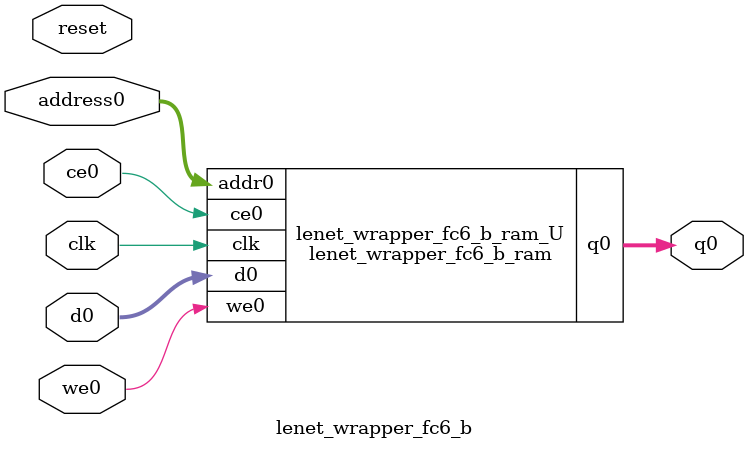
<source format=v>

`timescale 1 ns / 1 ps
module lenet_wrapper_fc6_b_ram (addr0, ce0, d0, we0, q0,  clk);

parameter DWIDTH = 32;
parameter AWIDTH = 4;
parameter MEM_SIZE = 10;

input[AWIDTH-1:0] addr0;
input ce0;
input[DWIDTH-1:0] d0;
input we0;
output reg[DWIDTH-1:0] q0;
input clk;

(* ram_style = "distributed" *)reg [DWIDTH-1:0] ram[0:MEM_SIZE-1];




always @(posedge clk)  
begin 
    if (ce0) 
    begin
        if (we0) 
        begin 
            ram[addr0] <= d0; 
            q0 <= d0;
        end 
        else 
            q0 <= ram[addr0];
    end
end


endmodule


`timescale 1 ns / 1 ps
module lenet_wrapper_fc6_b(
    reset,
    clk,
    address0,
    ce0,
    we0,
    d0,
    q0);

parameter DataWidth = 32'd32;
parameter AddressRange = 32'd10;
parameter AddressWidth = 32'd4;
input reset;
input clk;
input[AddressWidth - 1:0] address0;
input ce0;
input we0;
input[DataWidth - 1:0] d0;
output[DataWidth - 1:0] q0;



lenet_wrapper_fc6_b_ram lenet_wrapper_fc6_b_ram_U(
    .clk( clk ),
    .addr0( address0 ),
    .ce0( ce0 ),
    .d0( d0 ),
    .we0( we0 ),
    .q0( q0 ));

endmodule


</source>
